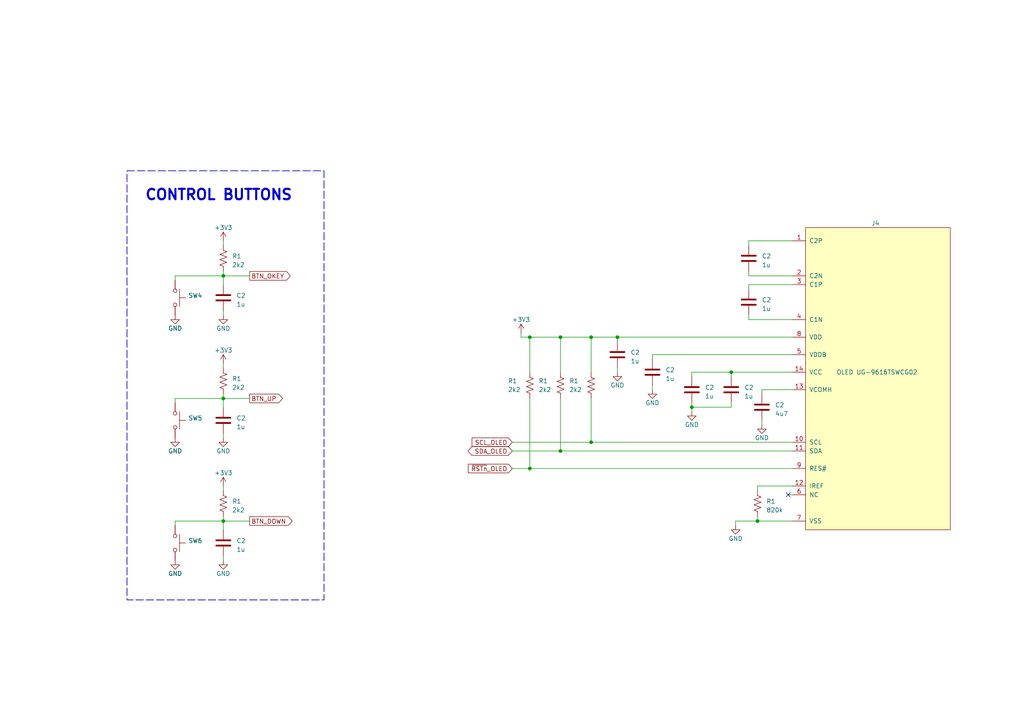
<source format=kicad_sch>
(kicad_sch (version 20230121) (generator eeschema)
  (paper "A4")
  (lib_symbols
    (symbol "Device:C" (pin_numbers hide) (pin_names (offset 0.254))
      (property "Reference" "C" (at 0.635 2.54 0))
      (property "Value" "C" (at 0.635 -2.54 0))
      (symbol "C_0_1"
        (polyline (pts (xy -2.032 -0.762) (xy 2.032 -0.762)) (stroke (width 0.508)))
        (polyline (pts (xy -2.032 0.762) (xy 2.032 0.762)) (stroke (width 0.508)))
      )
      (symbol "C_1_1"
        (pin passive line (at 0 3.81 270) (length 2.794) (name "~") (number "1"))
        (pin passive line (at 0 -3.81 90) (length 2.794) (name "~") (number "2"))
      )
    )
    (symbol "Device:R_US" (pin_numbers hide) (pin_names (offset 0))
      (property "Reference" "R" (at 2.54 0 90))
      (property "Value" "R_US" (at -2.54 0 90))
      (symbol "R_US_0_1"
        (polyline (pts (xy 0 -2.286) (xy 0 -2.54)))
        (polyline (pts (xy 0 2.286) (xy 0 2.54)))
        (polyline (pts (xy 0 -0.762) (xy 1.016 -1.143) (xy 0 -1.524) (xy -1.016 -1.905) (xy 0 -2.286)))
        (polyline (pts (xy 0 0.762) (xy 1.016 0.381) (xy 0 0) (xy -1.016 -0.381) (xy 0 -0.762)))
        (polyline (pts (xy 0 2.286) (xy 1.016 1.905) (xy 0 1.524) (xy -1.016 1.143) (xy 0 0.762)))
      )
      (symbol "R_US_1_1"
        (pin passive line (at 0 3.81 270) (length 1.27) (name "~") (number "1"))
        (pin passive line (at 0 -3.81 90) (length 1.27) (name "~") (number "2"))
      )
    )
    (symbol "Switch:SW_Push" (pin_numbers hide) (pin_names (offset 1.016) hide)
      (property "Reference" "SW" (at 1.27 2.54 0))
      (property "Value" "SW_Push" (at 0 -1.524 0))
      (symbol "SW_Push_0_1"
        (circle (center -2.032 0) (radius 0.508))
        (polyline (pts (xy 0 1.27) (xy 0 3.048)))
        (polyline (pts (xy 2.54 1.27) (xy -2.54 1.27)))
        (circle (center 2.032 0) (radius 0.508))
        (pin passive line (at -5.08 0 0) (length 2.54) (name "1") (number "1"))
        (pin passive line (at 5.08 0 180) (length 2.54) (name "2") (number "2"))
      )
    )
    (symbol "Symbols:Screen Connector" (pin_names (offset 1.016))
      (property "Reference" "J" (at 0 44.45 0))
      (property "Value" "OLED UG-9616TSWCG02" (at 0 2.54 90))
      (symbol "Screen Connector_1_1"
        (rectangle (start -20.32 41.91) (end 21.59 -45.72) (fill (type background)))
        (pin passive line (at -24.13 38.1 0) (length 3.81) (name "C2P") (number "1"))
        (pin passive line (at -24.13 -20.32 0) (length 3.81) (name "SCL") (number "10"))
        (pin passive line (at -24.13 -22.86 0) (length 3.81) (name "SDA") (number "11"))
        (pin passive line (at -24.13 -33.02 0) (length 3.81) (name "IREF") (number "12"))
        (pin passive line (at -24.13 -5.08 0) (length 3.81) (name "VCOMH") (number "13"))
        (pin power_in line (at -24.13 0 0) (length 3.81) (name "VCC") (number "14"))
        (pin passive line (at -24.13 27.94 0) (length 3.81) (name "C2N") (number "2"))
        (pin passive line (at -24.13 25.4 0) (length 3.81) (name "C1P") (number "3"))
        (pin passive line (at -24.13 15.24 0) (length 3.81) (name "C1N") (number "4"))
        (pin power_in line (at -24.13 5.08 0) (length 3.81) (name "VDDB") (number "5"))
        (pin passive line (at -24.13 -35.56 0) (length 3.81) (name "NC") (number "6"))
        (pin power_in line (at -24.13 -43.18 0) (length 3.81) (name "VSS") (number "7"))
        (pin power_in line (at -24.13 10.16 0) (length 3.81) (name "VDD") (number "8"))
        (pin passive line (at -24.13 -27.94 0) (length 3.81) (name "RES#") (number "9"))
      )
    )
    (symbol "power:+3V3" (power) (pin_names (offset 0))
      (property "Value" "+3V3" (at 0 3.556 0))
      (symbol "+3V3_0_1"
        (polyline (pts (xy -0.762 1.27) (xy 0 2.54)))
        (polyline (pts (xy 0 0) (xy 0 2.54)))
        (polyline (pts (xy 0 2.54) (xy 0.762 1.27)))
      )
      (symbol "+3V3_1_1"
        (pin power_in line (at 0 0 90) (length 0) hide (name "+3V3") (number "1"))
      )
    )
    (symbol "power:GND" (power) (pin_names (offset 0))
      (property "Value" "GND" (at 0 -3.81 0))
      (symbol "GND_0_1"
        (polyline (pts (xy 0 0) (xy 0 -1.27) (xy 1.27 -1.27) (xy 0 -2.54) (xy -1.27 -1.27) (xy 0 -1.27)))
      )
      (symbol "GND_1_1"
        (pin power_in line (at 0 0 270) (length 0) hide (name "GND") (number "1"))
      )
    )
  )
  (junction (at 64.77 80.01))
  (junction (at 162.56 97.79))
  (junction (at 200.66 118.11))
  (junction (at 64.77 151.13))
  (junction (at 153.67 135.89))
  (junction (at 64.77 115.57))
  (junction (at 219.71 151.13))
  (junction (at 162.56 130.81))
  (junction (at 153.67 97.79))
  (junction (at 212.09 107.95))
  (junction (at 171.45 128.27))
  (junction (at 171.45 97.79))
  (junction (at 179.07 97.79))
  (no_connect (at 228.6 143.51))
  (wire (pts (xy 212.09 109.22) (xy 212.09 107.95)))
  (wire (pts (xy 64.77 125.73) (xy 64.77 127)))
  (wire (pts (xy 200.66 118.11) (xy 200.66 119.38)))
  (wire (pts (xy 217.17 92.71) (xy 229.87 92.71)))
  (wire (pts (xy 213.36 151.13) (xy 219.71 151.13)))
  (wire (pts (xy 228.6 143.51) (xy 229.87 143.51)))
  (wire (pts (xy 64.77 80.01) (xy 50.8 80.01)))
  (wire (pts (xy 189.23 102.87) (xy 189.23 104.14)))
  (wire (pts (xy 171.45 97.79) (xy 171.45 107.95)))
  (wire (pts (xy 217.17 80.01) (xy 229.87 80.01)))
  (wire (pts (xy 213.36 152.4) (xy 213.36 151.13)))
  (wire (pts (xy 50.8 151.13) (xy 50.8 152.4)))
  (wire (pts (xy 153.67 135.89) (xy 229.87 135.89)))
  (wire (pts (xy 200.66 118.11) (xy 212.09 118.11)))
  (wire (pts (xy 148.59 128.27) (xy 171.45 128.27)))
  (wire (pts (xy 151.13 97.79) (xy 153.67 97.79)))
  (wire (pts (xy 64.77 105.41) (xy 64.77 106.68)))
  (wire (pts (xy 64.77 80.01) (xy 64.77 82.55)))
  (wire (pts (xy 220.98 121.92) (xy 220.98 123.19)))
  (wire (pts (xy 64.77 151.13) (xy 72.39 151.13)))
  (wire (pts (xy 189.23 111.76) (xy 189.23 113.03)))
  (wire (pts (xy 217.17 69.85) (xy 217.17 71.12)))
  (wire (pts (xy 162.56 97.79) (xy 171.45 97.79)))
  (wire (pts (xy 151.13 96.52) (xy 151.13 97.79)))
  (wire (pts (xy 212.09 107.95) (xy 229.87 107.95)))
  (wire (pts (xy 229.87 69.85) (xy 217.17 69.85)))
  (wire (pts (xy 219.71 151.13) (xy 229.87 151.13)))
  (wire (pts (xy 219.71 149.86) (xy 219.71 151.13)))
  (wire (pts (xy 219.71 142.24) (xy 219.71 140.97)))
  (wire (pts (xy 219.71 140.97) (xy 229.87 140.97)))
  (wire (pts (xy 220.98 113.03) (xy 220.98 114.3)))
  (wire (pts (xy 64.77 90.17) (xy 64.77 91.44)))
  (wire (pts (xy 153.67 97.79) (xy 162.56 97.79)))
  (wire (pts (xy 179.07 106.68) (xy 179.07 107.95)))
  (wire (pts (xy 179.07 97.79) (xy 229.87 97.79)))
  (wire (pts (xy 64.77 115.57) (xy 64.77 118.11)))
  (wire (pts (xy 64.77 161.29) (xy 64.77 162.56)))
  (wire (pts (xy 64.77 80.01) (xy 72.39 80.01)))
  (wire (pts (xy 162.56 97.79) (xy 162.56 107.95)))
  (wire (pts (xy 64.77 140.97) (xy 64.77 142.24)))
  (wire (pts (xy 217.17 82.55) (xy 217.17 83.82)))
  (wire (pts (xy 153.67 115.57) (xy 153.67 135.89)))
  (wire (pts (xy 229.87 82.55) (xy 217.17 82.55)))
  (wire (pts (xy 200.66 116.84) (xy 200.66 118.11)))
  (wire (pts (xy 64.77 114.3) (xy 64.77 115.57)))
  (wire (pts (xy 50.8 115.57) (xy 50.8 116.84)))
  (wire (pts (xy 217.17 78.74) (xy 217.17 80.01)))
  (wire (pts (xy 171.45 97.79) (xy 179.07 97.79)))
  (wire (pts (xy 153.67 97.79) (xy 153.67 107.95)))
  (wire (pts (xy 148.59 130.81) (xy 162.56 130.81)))
  (wire (pts (xy 189.23 102.87) (xy 229.87 102.87)))
  (wire (pts (xy 50.8 80.01) (xy 50.8 81.28)))
  (wire (pts (xy 64.77 151.13) (xy 64.77 153.67)))
  (wire (pts (xy 64.77 78.74) (xy 64.77 80.01)))
  (wire (pts (xy 64.77 69.85) (xy 64.77 71.12)))
  (wire (pts (xy 64.77 115.57) (xy 72.39 115.57)))
  (wire (pts (xy 64.77 151.13) (xy 50.8 151.13)))
  (wire (pts (xy 162.56 115.57) (xy 162.56 130.81)))
  (wire (pts (xy 220.98 113.03) (xy 229.87 113.03)))
  (wire (pts (xy 212.09 118.11) (xy 212.09 116.84)))
  (wire (pts (xy 217.17 91.44) (xy 217.17 92.71)))
  (wire (pts (xy 64.77 115.57) (xy 50.8 115.57)))
  (wire (pts (xy 171.45 115.57) (xy 171.45 128.27)))
  (wire (pts (xy 148.59 135.89) (xy 153.67 135.89)))
  (wire (pts (xy 162.56 130.81) (xy 229.87 130.81)))
  (wire (pts (xy 200.66 109.22) (xy 200.66 107.95)))
  (wire (pts (xy 64.77 149.86) (xy 64.77 151.13)))
  (wire (pts (xy 179.07 97.79) (xy 179.07 99.06)))
  (wire (pts (xy 171.45 128.27) (xy 229.87 128.27)))
  (wire (pts (xy 200.66 107.95) (xy 212.09 107.95)))
  (rectangle (start 36.83 49.53) (end 93.98 173.99) (stroke (width 0.2) (type dash)))
  (text "CONTROL BUTTONS" (at 41.91 58.42 0) (effects (font (size 3 3) (thickness 0.6) bold) (justify left bottom)))
  (global_label "BTN_OKEY" (shape output) (at 72.39 80.01 0) (property "Intersheetrefs" "${INTERSHEET_REFS}" (effects hide)))
  (global_label "~{RSTn}_OLED" (shape input) (at 148.59 135.89 180) (property "Intersheetrefs" "${INTERSHEET_REFS}" (effects hide)))
  (global_label "BTN_UP" (shape output) (at 72.39 115.57 0) (property "Intersheetrefs" "${INTERSHEET_REFS}" (effects hide)))
  (global_label "SDA_OLED" (shape bidirectional) (at 148.59 130.81 180) (property "Intersheetrefs" "${INTERSHEET_REFS}" (effects hide)))
  (global_label "BTN_DOWN" (shape output) (at 72.39 151.13 0) (property "Intersheetrefs" "${INTERSHEET_REFS}" (effects hide)))
  (global_label "SCL_OLED" (shape input) (at 148.59 128.27 180) (property "Intersheetrefs" "${INTERSHEET_REFS}" (effects hide)))
  (symbol (lib_id "power:+3V3") (at 64.77 105.41 0) (unit 1)
    (property "Reference" "#PWR015" (effects hide))
    (property "Value" "+3V3" (at 64.77 101.6 0))
    (instances (project "HotPlate" (path "" (reference "#PWR015") (unit 1)) (path "" (reference "#PWR042") (unit 1)) (path "" (reference "#PWR0306") (unit 1))))
  )
  (symbol (lib_id "Symbols:Screen Connector") (at 254 107.95 0) (unit 1)
    (property "Reference" "J4" (at 252.73 64.77 0) (effects (justify left)))
    (property "Value" "OLED UG-9616TSWCG02" (at 242.57 107.95 0) (effects (justify left)))
    (property "Footprint" "Footprints:UG-9616TSWCG02" (effects hide))
    (property "Datasheet" "https://datasheet.lcsc.com/lcsc/1810010328_UG-Univision-Semicon-UG-9616TSWCG02_C88335.pdf" (effects hide))
    (property "LCSC Part #" "C88335" (effects hide))
    (property "MPN" "UG-9616TSWCG02" (effects hide))
    (instances (project "HotPlate" (path "" (reference "J4") (unit 1)) (path "" (reference "J301") (unit 1))))
  )
  (symbol (lib_id "power:+3V3") (at 64.77 69.85 0) (unit 1)
    (property "Reference" "#PWR015" (effects hide))
    (property "Value" "+3V3" (at 64.77 66.04 0))
    (instances (project "HotPlate" (path "" (reference "#PWR015") (unit 1)) (path "" (reference "#PWR040") (unit 1)) (path "" (reference "#PWR0304") (unit 1))))
  )
  (symbol (lib_id "Device:C") (at 200.66 113.03 0) (unit 1)
    (property "Reference" "C2" (at 204.47 112.395 0) (effects (justify left)))
    (property "Value" "1u" (at 204.47 114.935 0) (effects (justify left)))
    (property "Footprint" "Capacitor_SMD:C_0603_1608Metric_Pad1.08x0.95mm_HandSolder" (effects hide))
    (property "LCSC Part #" "C5673" (effects hide))
    (property "MPN" "CL10A105KA8NNNC" (effects hide))
    (instances (project "HotPlate" (path "" (reference "C2") (unit 1)) (path "" (reference "C25") (unit 1)) (path "" (reference "C306") (unit 1))))
  )
  (symbol (lib_id "Device:C") (at 64.77 121.92 0) (unit 1)
    (property "Reference" "C2" (at 68.58 121.285 0) (effects (justify left)))
    (property "Value" "1u" (at 68.58 123.825 0) (effects (justify left)))
    (property "Footprint" "Capacitor_SMD:C_0603_1608Metric_Pad1.08x0.95mm_HandSolder" (effects hide))
    (property "LCSC Part #" "C5673" (effects hide))
    (property "MPN" "CL10A105KA8NNNC" (effects hide))
    (instances (project "HotPlate" (path "" (reference "C2") (unit 1)) (path "" (reference "C21") (unit 1)) (path "" (reference "C302") (unit 1))))
  )
  (symbol (lib_id "Switch:SW_Push") (at 50.8 157.48 270) (unit 1)
    (property "Reference" "SW6" (at 54.61 156.845 90) (effects (justify left)))
    (property "Value" "SW_Push" (effects hide))
    (property "Footprint" "Footprints:SW_Push_1P1T_NO_3.5x8mm_H3mm" (effects hide))
    (property "LCSC Part #" "C2888456" (effects hide))
    (property "MPN" "TSB008A2526A" (effects hide))
    (instances (project "HotPlate" (path "" (reference "SW6") (unit 1)) (path "" (reference "SW303") (unit 1))))
  )
  (symbol (lib_id "power:+3V3") (at 64.77 140.97 0) (unit 1)
    (property "Reference" "#PWR015" (effects hide))
    (property "Value" "+3V3" (at 64.77 137.16 0))
    (instances (project "HotPlate" (path "" (reference "#PWR015") (unit 1)) (path "" (reference "#PWR044") (unit 1)) (path "" (reference "#PWR0308") (unit 1))))
  )
  (symbol (lib_id "power:GND") (at 50.8 162.56 0) (unit 1)
    (property "Reference" "#PWR013" (effects hide))
    (property "Value" "GND" (at 50.8 166.37 0))
    (instances (project "HotPlate" (path "" (reference "#PWR013") (unit 1)) (path "" (reference "#PWR039") (unit 1)) (path "" (reference "#PWR0303") (unit 1))))
  )
  (symbol (lib_id "Switch:SW_Push") (at 50.8 86.36 270) (unit 1)
    (property "Reference" "SW4" (at 54.61 85.725 90) (effects (justify left)))
    (property "Value" "SW_Push" (effects hide))
    (property "Footprint" "Footprints:SW_Push_1P1T_NO_3.5x8mm_H3mm" (effects hide))
    (property "LCSC Part #" "C2888456" (effects hide))
    (property "MPN" "TSB008A2526A" (effects hide))
    (instances (project "HotPlate" (path "" (reference "SW4") (unit 1)) (path "" (reference "SW301") (unit 1))))
  )
  (symbol (lib_id "power:GND") (at 50.8 127 0) (unit 1)
    (property "Reference" "#PWR013" (effects hide))
    (property "Value" "GND" (at 50.8 130.81 0))
    (instances (project "HotPlate" (path "" (reference "#PWR013") (unit 1)) (path "" (reference "#PWR038") (unit 1)) (path "" (reference "#PWR0302") (unit 1))))
  )
  (symbol (lib_id "Device:C") (at 217.17 87.63 0) (unit 1)
    (property "Reference" "C2" (at 220.98 86.995 0) (effects (justify left)))
    (property "Value" "1u" (at 220.98 89.535 0) (effects (justify left)))
    (property "Footprint" "Capacitor_SMD:C_0603_1608Metric_Pad1.08x0.95mm_HandSolder" (effects hide))
    (property "LCSC Part #" "C5673" (effects hide))
    (property "MPN" "CL10A105KA8NNNC" (effects hide))
    (instances (project "HotPlate" (path "" (reference "C2") (unit 1)) (path "" (reference "C28") (unit 1)) (path "" (reference "C309") (unit 1))))
  )
  (symbol (lib_id "power:GND") (at 50.8 91.44 0) (unit 1)
    (property "Reference" "#PWR013" (effects hide))
    (property "Value" "GND" (at 50.8 95.25 0))
    (instances (project "HotPlate" (path "" (reference "#PWR013") (unit 1)) (path "" (reference "#PWR037") (unit 1)) (path "" (reference "#PWR0301") (unit 1))))
  )
  (symbol (lib_id "power:GND") (at 213.36 152.4 0) (unit 1)
    (property "Reference" "#PWR013" (effects hide))
    (property "Value" "GND" (at 213.36 156.21 0))
    (instances (project "HotPlate" (path "" (reference "#PWR013") (unit 1)) (path "" (reference "#PWR050") (unit 1)) (path "" (reference "#PWR0314") (unit 1))))
  )
  (symbol (lib_id "Device:R_US") (at 162.56 111.76 0) (unit 1)
    (property "Reference" "R1" (at 156.21 110.49 0) (effects (justify left)))
    (property "Value" "2k2" (at 156.21 113.03 0) (effects (justify left)))
    (property "Footprint" "Resistor_SMD:R_0603_1608Metric_Pad0.98x0.95mm_HandSolder" (effects hide))
    (property "LCSC Part #" "C2907117" (effects hide))
    (instances (project "HotPlate" (path "" (reference "R1") (unit 1)) (path "" (reference "R28") (unit 1)) (path "" (reference "R305") (unit 1))))
  )
  (symbol (lib_id "Device:R_US") (at 64.77 146.05 0) (unit 1)
    (property "Reference" "R1" (at 67.31 145.415 0) (effects (justify left)))
    (property "Value" "2k2" (at 67.31 147.955 0) (effects (justify left)))
    (property "Footprint" "Resistor_SMD:R_0603_1608Metric_Pad0.98x0.95mm_HandSolder" (effects hide))
    (property "LCSC Part #" "C2907117" (effects hide))
    (instances (project "HotPlate" (path "" (reference "R1") (unit 1)) (path "" (reference "R26") (unit 1)) (path "" (reference "R303") (unit 1))))
  )
  (symbol (lib_id "Device:R_US") (at 171.45 111.76 0) (unit 1)
    (property "Reference" "R1" (at 165.1 110.49 0) (effects (justify left)))
    (property "Value" "2k2" (at 165.1 113.03 0) (effects (justify left)))
    (property "Footprint" "Resistor_SMD:R_0603_1608Metric_Pad0.98x0.95mm_HandSolder" (effects hide))
    (property "LCSC Part #" "C2907117" (effects hide))
    (instances (project "HotPlate" (path "" (reference "R1") (unit 1)) (path "" (reference "R29") (unit 1)) (path "" (reference "R306") (unit 1))))
  )
  (symbol (lib_id "power:+3V3") (at 151.13 96.52 0) (unit 1)
    (property "Reference" "#PWR015" (effects hide))
    (property "Value" "+3V3" (at 151.13 92.71 0))
    (instances (project "HotPlate" (path "" (reference "#PWR015") (unit 1)) (path "" (reference "#PWR046") (unit 1)) (path "" (reference "#PWR0310") (unit 1))))
  )
  (symbol (lib_id "power:GND") (at 220.98 123.19 0) (unit 1)
    (property "Reference" "#PWR013" (effects hide))
    (property "Value" "GND" (at 220.98 127 0))
    (instances (project "HotPlate" (path "" (reference "#PWR013") (unit 1)) (path "" (reference "#PWR051") (unit 1)) (path "" (reference "#PWR0315") (unit 1))))
  )
  (symbol (lib_id "power:GND") (at 200.66 119.38 0) (unit 1)
    (property "Reference" "#PWR013" (effects hide))
    (property "Value" "GND" (at 200.66 123.19 0))
    (instances (project "HotPlate" (path "" (reference "#PWR013") (unit 1)) (path "" (reference "#PWR049") (unit 1)) (path "" (reference "#PWR0313") (unit 1))))
  )
  (symbol (lib_id "power:GND") (at 64.77 127 0) (unit 1)
    (property "Reference" "#PWR013" (effects hide))
    (property "Value" "GND" (at 64.77 130.81 0))
    (instances (project "HotPlate" (path "" (reference "#PWR013") (unit 1)) (path "" (reference "#PWR043") (unit 1)) (path "" (reference "#PWR0307") (unit 1))))
  )
  (symbol (lib_id "Device:C") (at 64.77 157.48 0) (unit 1)
    (property "Reference" "C2" (at 68.58 156.845 0) (effects (justify left)))
    (property "Value" "1u" (at 68.58 159.385 0) (effects (justify left)))
    (property "Footprint" "Capacitor_SMD:C_0603_1608Metric_Pad1.08x0.95mm_HandSolder" (effects hide))
    (property "LCSC Part #" "C5673" (effects hide))
    (property "MPN" "CL10A105KA8NNNC" (effects hide))
    (instances (project "HotPlate" (path "" (reference "C2") (unit 1)) (path "" (reference "C22") (unit 1)) (path "" (reference "C303") (unit 1))))
  )
  (symbol (lib_id "power:GND") (at 189.23 113.03 0) (unit 1)
    (property "Reference" "#PWR013" (effects hide))
    (property "Value" "GND" (at 189.23 116.84 0))
    (instances (project "HotPlate" (path "" (reference "#PWR013") (unit 1)) (path "" (reference "#PWR048") (unit 1)) (path "" (reference "#PWR0312") (unit 1))))
  )
  (symbol (lib_id "Device:C") (at 189.23 107.95 0) (unit 1)
    (property "Reference" "C2" (at 193.04 107.315 0) (effects (justify left)))
    (property "Value" "1u" (at 193.04 109.855 0) (effects (justify left)))
    (property "Footprint" "Capacitor_SMD:C_0603_1608Metric_Pad1.08x0.95mm_HandSolder" (effects hide))
    (property "LCSC Part #" "C5673" (effects hide))
    (property "MPN" "CL10A105KA8NNNC" (effects hide))
    (instances (project "HotPlate" (path "" (reference "C2") (unit 1)) (path "" (reference "C24") (unit 1)) (path "" (reference "C305") (unit 1))))
  )
  (symbol (lib_id "Switch:SW_Push") (at 50.8 121.92 270) (unit 1)
    (property "Reference" "SW5" (at 54.61 121.285 90) (effects (justify left)))
    (property "Value" "SW_Push" (effects hide))
    (property "Footprint" "Footprints:SW_Push_1P1T_NO_3.5x8mm_H3mm" (effects hide))
    (property "LCSC Part #" "C2888456" (effects hide))
    (property "MPN" "TSB008A2526A" (effects hide))
    (instances (project "HotPlate" (path "" (reference "SW5") (unit 1)) (path "" (reference "SW302") (unit 1))))
  )
  (symbol (lib_id "Device:C") (at 212.09 113.03 0) (unit 1)
    (property "Reference" "C2" (at 215.9 112.395 0) (effects (justify left)))
    (property "Value" "1u" (at 215.9 114.935 0) (effects (justify left)))
    (property "Footprint" "Capacitor_SMD:C_0603_1608Metric_Pad1.08x0.95mm_HandSolder" (effects hide))
    (property "LCSC Part #" "C5673" (effects hide))
    (property "MPN" "CL10A105KA8NNNC" (effects hide))
    (instances (project "HotPlate" (path "" (reference "C2") (unit 1)) (path "" (reference "C26") (unit 1)) (path "" (reference "C307") (unit 1))))
  )
  (symbol (lib_id "power:GND") (at 179.07 107.95 0) (unit 1)
    (property "Reference" "#PWR013" (effects hide))
    (property "Value" "GND" (at 179.07 111.76 0))
    (instances (project "HotPlate" (path "" (reference "#PWR013") (unit 1)) (path "" (reference "#PWR047") (unit 1)) (path "" (reference "#PWR0311") (unit 1))))
  )
  (symbol (lib_id "Device:R_US") (at 64.77 74.93 0) (unit 1)
    (property "Reference" "R1" (at 67.31 74.295 0) (effects (justify left)))
    (property "Value" "2k2" (at 67.31 76.835 0) (effects (justify left)))
    (property "Footprint" "Resistor_SMD:R_0603_1608Metric_Pad0.98x0.95mm_HandSolder" (effects hide))
    (property "LCSC Part #" "C2907117" (effects hide))
    (instances (project "HotPlate" (path "" (reference "R1") (unit 1)) (path "" (reference "R24") (unit 1)) (path "" (reference "R301") (unit 1))))
  )
  (symbol (lib_id "Device:R_US") (at 219.71 146.05 0) (unit 1)
    (property "Reference" "R1" (at 222.25 145.415 0) (effects (justify left)))
    (property "Value" "820k" (at 222.25 147.955 0) (effects (justify left)))
    (property "Footprint" "Resistor_SMD:R_0603_1608Metric_Pad0.98x0.95mm_HandSolder" (effects hide))
    (property "LCSC Part #" "C2930044" (effects hide))
    (property "MPN" "FRC0603J824TS" (effects hide))
    (instances (project "HotPlate" (path "" (reference "R1") (unit 1)) (path "" (reference "R30") (unit 1)) (path "" (reference "R307") (unit 1))))
  )
  (symbol (lib_id "Device:C") (at 217.17 74.93 0) (unit 1)
    (property "Reference" "C2" (at 220.98 74.295 0) (effects (justify left)))
    (property "Value" "1u" (at 220.98 76.835 0) (effects (justify left)))
    (property "Footprint" "Capacitor_SMD:C_0603_1608Metric_Pad1.08x0.95mm_HandSolder" (effects hide))
    (property "LCSC Part #" "C5673" (effects hide))
    (property "MPN" "CL10A105KA8NNNC" (effects hide))
    (instances (project "HotPlate" (path "" (reference "C2") (unit 1)) (path "" (reference "C27") (unit 1)) (path "" (reference "C308") (unit 1))))
  )
  (symbol (lib_id "Device:C") (at 64.77 86.36 0) (unit 1)
    (property "Reference" "C2" (at 68.58 85.725 0) (effects (justify left)))
    (property "Value" "1u" (at 68.58 88.265 0) (effects (justify left)))
    (property "Footprint" "Capacitor_SMD:C_0603_1608Metric_Pad1.08x0.95mm_HandSolder" (effects hide))
    (property "LCSC Part #" "C5673" (effects hide))
    (property "MPN" "CL10A105KA8NNNC" (effects hide))
    (instances (project "HotPlate" (path "" (reference "C2") (unit 1)) (path "" (reference "C20") (unit 1)) (path "" (reference "C301") (unit 1))))
  )
  (symbol (lib_id "Device:R_US") (at 153.67 111.76 0) (unit 1)
    (property "Reference" "R1" (at 147.32 110.49 0) (effects (justify left)))
    (property "Value" "2k2" (at 147.32 113.03 0) (effects (justify left)))
    (property "Footprint" "Resistor_SMD:R_0603_1608Metric_Pad0.98x0.95mm_HandSolder" (effects hide))
    (property "LCSC Part #" "C2907117" (effects hide))
    (instances (project "HotPlate" (path "" (reference "R1") (unit 1)) (path "" (reference "R27") (unit 1)) (path "" (reference "R304") (unit 1))))
  )
  (symbol (lib_id "Device:R_US") (at 64.77 110.49 0) (unit 1)
    (property "Reference" "R1" (at 67.31 109.855 0) (effects (justify left)))
    (property "Value" "2k2" (at 67.31 112.395 0) (effects (justify left)))
    (property "Footprint" "Resistor_SMD:R_0603_1608Metric_Pad0.98x0.95mm_HandSolder" (effects hide))
    (property "LCSC Part #" "C2907117" (effects hide))
    (instances (project "HotPlate" (path "" (reference "R1") (unit 1)) (path "" (reference "R25") (unit 1)) (path "" (reference "R302") (unit 1))))
  )
  (symbol (lib_id "power:GND") (at 64.77 91.44 0) (unit 1)
    (property "Reference" "#PWR013" (effects hide))
    (property "Value" "GND" (at 64.77 95.25 0))
    (instances (project "HotPlate" (path "" (reference "#PWR013") (unit 1)) (path "" (reference "#PWR041") (unit 1)) (path "" (reference "#PWR0305") (unit 1))))
  )
  (symbol (lib_id "Device:C") (at 220.98 118.11 0) (unit 1)
    (property "Reference" "C2" (at 224.79 117.475 0) (effects (justify left)))
    (property "Value" "4u7" (at 224.79 120.015 0) (effects (justify left)))
    (property "Footprint" "Capacitor_SMD:C_0805_2012Metric_Pad1.18x1.45mm_HandSolder" (effects hide))
    (property "LCSC Part #" "C98195" (effects hide))
    (property "MPN" "CL21B475KAFNNNE" (effects hide))
    (instances (project "HotPlate" (path "" (reference "C2") (unit 1)) (path "" (reference "C29") (unit 1)) (path "" (reference "C310") (unit 1))))
  )
  (symbol (lib_id "Device:C") (at 179.07 102.87 0) (unit 1)
    (property "Reference" "C2" (at 182.88 102.235 0) (effects (justify left)))
    (property "Value" "1u" (at 182.88 104.775 0) (effects (justify left)))
    (property "Footprint" "Capacitor_SMD:C_0603_1608Metric_Pad1.08x0.95mm_HandSolder" (effects hide))
    (property "LCSC Part #" "C5673" (effects hide))
    (property "MPN" "CL10A105KA8NNNC" (effects hide))
    (instances (project "HotPlate" (path "" (reference "C2") (unit 1)) (path "" (reference "C23") (unit 1)) (path "" (reference "C304") (unit 1))))
  )
  (symbol (lib_id "power:GND") (at 64.77 162.56 0) (unit 1)
    (property "Reference" "#PWR013" (effects hide))
    (property "Value" "GND" (at 64.77 166.37 0))
    (instances (project "HotPlate" (path "" (reference "#PWR013") (unit 1)) (path "" (reference "#PWR045") (unit 1)) (path "" (reference "#PWR0309") (unit 1))))
  )
)
</source>
